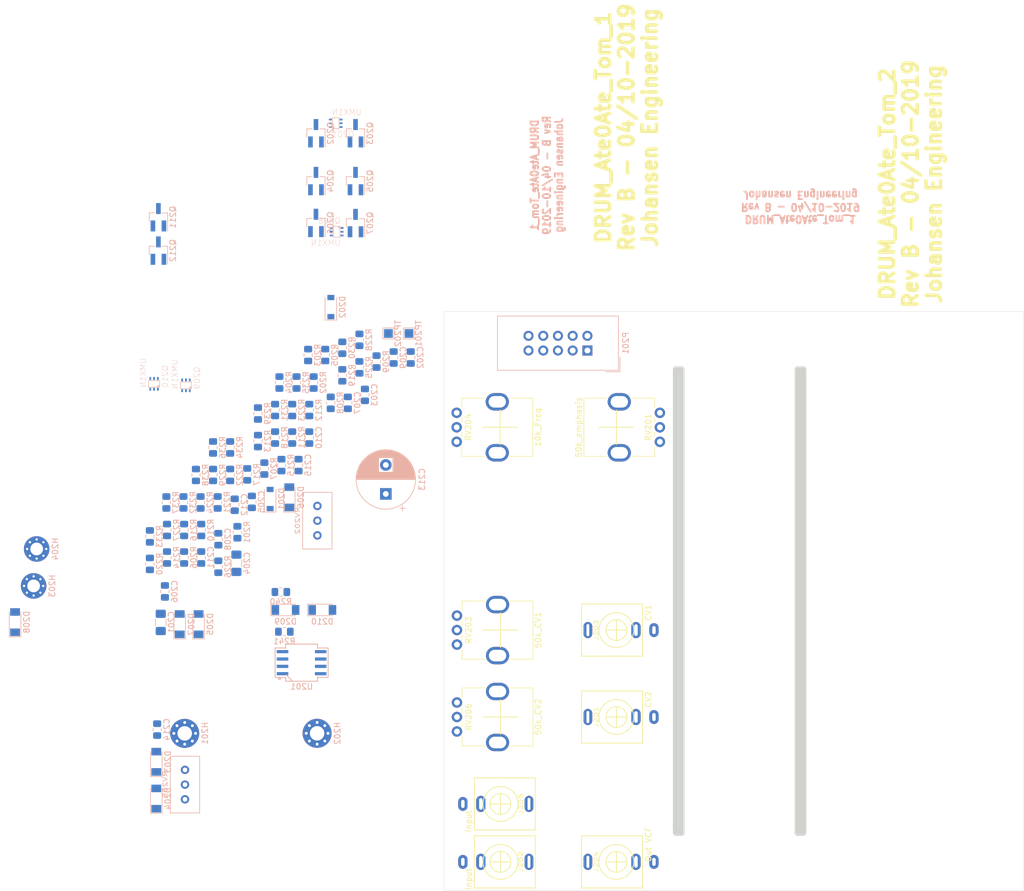
<source format=kicad_pcb>
(kicad_pcb (version 20171130) (host pcbnew "(5.1.0)-1")
  (layers (0 F.Cu signal) (31 B.Cu signal) (34 B.Paste user) (35 F.Paste user) (36 B.SilkS user) (37 F.SilkS user) (38 B.Mask user) (39 F.Mask user) (44 Edge.Cuts user))
  (net 0 "")
  (net 1 GND)
  (net 2 "Net-(J201-PadT)")
  (net 3 -12V)
  (net 4 +12V)
  (net 5 "Net-(J202-PadT)")
  (net 6 "Net-(J203-PadT)")
  (net 7 "Net-(Q202-Pad1)")
  (net 8 "Net-(Q204-Pad1)")
  (net 9 "Net-(C208-Pad1)")
  (net 10 "Net-(C209-Pad1)")
  (net 11 "Net-(C210-Pad2)")
  (net 12 "Net-(C210-Pad1)")
  (net 13 "Net-(C212-Pad1)")
  (net 14 "Net-(C213-Pad1)")
  (net 15 "Net-(Q206-Pad1)")
  (net 16 "Net-(C207-Pad1)")
  (net 17 "Net-(C209-Pad2)")
  (net 18 "Net-(C212-Pad2)")
  (net 19 "Net-(R217-Pad2)")
  (net 20 "Net-(R217-Pad1)")
  (net 21 "Net-(C207-Pad2)")
  (net 22 "Net-(C208-Pad2)")
  (net 23 "Net-(C211-Pad1)")
  (net 24 "Net-(C211-Pad2)")
  (net 25 /KicadJE_Yousynth_MoogVCF/PNP_B)
  (net 26 "Net-(D203-Pad2)")
  (net 27 CV2)
  (net 28 "Net-(D205-Pad2)")
  (net 29 InAudio)
  (net 30 "Net-(D207-Pad2)")
  (net 31 CV1)
  (net 32 "Net-(J204-PadT)")
  (net 33 "Net-(Q201-Pad3)")
  (net 34 "Net-(Q208-Pad5)")
  (net 35 "Net-(Q208-Pad1)")
  (net 36 "Net-(Q209-Pad1)")
  (net 37 "Net-(Q209-Pad2)")
  (net 38 "Net-(Q209-Pad4)")
  (net 39 "Net-(Q209-Pad5)")
  (net 40 "Net-(Q209-Pad6)")
  (net 41 "Net-(Q210-Pad1)")
  (net 42 "Net-(Q211-Pad3)")
  (net 43 /KicadJE_Yousynth_MoogVCF/PNP_E)
  (net 44 "Net-(Q212-Pad3)")
  (net 45 OutVCF)
  (net 46 "Net-(R211-Pad2)")
  (net 47 "Net-(R211-Pad1)")
  (net 48 /KicadJE_Yousynth_MoogVCF/Coupling)
  (net 49 "Net-(R218-Pad2)")
  (net 50 "Net-(R219-Pad2)")
  (net 51 "Net-(R229-Pad2)")
  (net 52 "Net-(R235-Pad1)")
  (net 53 "Net-(R236-Pad2)")
  (net 54 "Net-(R237-Pad1)")
  (net 55 "Net-(R238-Pad1)")
  (net 56 "Net-(D209-Pad2)")
  (net 57 "Net-(J205-PadT)")
  (net 58 "Net-(R234-Pad1)")
  (module Capacitor_SMD:C_1206_3216Metric_Pad1.42x1.75mm_HandSolder (layer B.Cu) (at 1.154999 103.674999 90)
    (fp_text reference C201 (at 0 1.82 90) (layer B.SilkS) (effects (justify mirror)))
    (fp_text value 10u)
    (pad 2 smd roundrect (at 1.4875 0 90) (size 1.425 1.75) (layers B.Cu B.Paste B.Mask) (roundrect_rratio 0.175439) (net 4 +12V))
    (pad 1 smd roundrect (at -1.4875 0 90) (size 1.425 1.75) (layers B.Cu B.Paste B.Mask) (roundrect_rratio 0.175439) (net 1 GND))
  )
  (module Capacitor_SMD:C_0805_2012Metric_Pad1.15x1.40mm_HandSolder (layer B.Cu) (at 44.274999 57.954999 90)
    (fp_text reference C202 (at 0 1.65 90) (layer B.SilkS) (effects (justify mirror)))
    (fp_text value 100n)
    (pad 2 smd roundrect (at 1.025 0 90) (size 1.15 1.4) (layers B.Cu B.Paste B.Mask) (roundrect_rratio 0.217391) (net 4 +12V))
    (pad 1 smd roundrect (at -1.025 0 90) (size 1.15 1.4) (layers B.Cu B.Paste B.Mask) (roundrect_rratio 0.217391) (net 1 GND))
  )
  (module Capacitor_SMD:C_0805_2012Metric_Pad1.15x1.40mm_HandSolder (layer B.Cu) (at 36.374999 64.404999 90)
    (fp_text reference C203 (at 0 1.65 90) (layer B.SilkS) (effects (justify mirror)))
    (fp_text value 100n)
    (pad 1 smd roundrect (at -1.025 0 90) (size 1.15 1.4) (layers B.Cu B.Paste B.Mask) (roundrect_rratio 0.217391) (net 1 GND))
    (pad 2 smd roundrect (at 1.025 0 90) (size 1.15 1.4) (layers B.Cu B.Paste B.Mask) (roundrect_rratio 0.217391) (net 4 +12V))
  )
  (module Capacitor_SMD:C_1206_3216Metric_Pad1.42x1.75mm_HandSolder (layer B.Cu) (at 14.204999 93.464999 90)
    (fp_text reference C204 (at 0 1.82 90) (layer B.SilkS) (effects (justify mirror)))
    (fp_text value 10u)
    (pad 1 smd roundrect (at -1.4875 0 90) (size 1.425 1.75) (layers B.Cu B.Paste B.Mask) (roundrect_rratio 0.175439) (net 3 -12V))
    (pad 2 smd roundrect (at 1.4875 0 90) (size 1.425 1.75) (layers B.Cu B.Paste B.Mask) (roundrect_rratio 0.175439) (net 1 GND))
  )
  (module Capacitor_SMD:C_0805_2012Metric_Pad1.15x1.40mm_HandSolder (layer B.Cu) (at 16.874999 82.874999 90)
    (fp_text reference C205 (at 0 1.65 90) (layer B.SilkS) (effects (justify mirror)))
    (fp_text value 100n)
    (pad 1 smd roundrect (at -1.025 0 90) (size 1.15 1.4) (layers B.Cu B.Paste B.Mask) (roundrect_rratio 0.217391) (net 3 -12V))
    (pad 2 smd roundrect (at 1.025 0 90) (size 1.15 1.4) (layers B.Cu B.Paste B.Mask) (roundrect_rratio 0.217391) (net 1 GND))
  )
  (module Capacitor_SMD:C_0805_2012Metric_Pad1.15x1.40mm_HandSolder (layer B.Cu) (at 1.874999 98.324999 90)
    (fp_text reference C206 (at 0 1.65 90) (layer B.SilkS) (effects (justify mirror)))
    (fp_text value 100n)
    (pad 2 smd roundrect (at 1.025 0 90) (size 1.15 1.4) (layers B.Cu B.Paste B.Mask) (roundrect_rratio 0.217391) (net 1 GND))
    (pad 1 smd roundrect (at -1.025 0 90) (size 1.15 1.4) (layers B.Cu B.Paste B.Mask) (roundrect_rratio 0.217391) (net 3 -12V))
  )
  (module Capacitor_SMD:C_0805_2012Metric_Pad1.15x1.40mm_HandSolder (layer B.Cu) (at 33.424999 65.774999 90)
    (fp_text reference C207 (at 0 1.65 90) (layer B.SilkS) (effects (justify mirror)))
    (fp_text value 47n)
    (pad 1 smd roundrect (at -1.025 0 90) (size 1.15 1.4) (layers B.Cu B.Paste B.Mask) (roundrect_rratio 0.217391) (net 16 "Net-(C207-Pad1)"))
    (pad 2 smd roundrect (at 1.025 0 90) (size 1.15 1.4) (layers B.Cu B.Paste B.Mask) (roundrect_rratio 0.217391) (net 21 "Net-(C207-Pad2)"))
  )
  (module Capacitor_SMD:C_0805_2012Metric_Pad1.15x1.40mm_HandSolder (layer B.Cu) (at 11.084999 89.314999 90)
    (fp_text reference C208 (at 0 1.65 90) (layer B.SilkS) (effects (justify mirror)))
    (fp_text value 47n)
    (pad 2 smd roundrect (at 1.025 0 90) (size 1.15 1.4) (layers B.Cu B.Paste B.Mask) (roundrect_rratio 0.217391) (net 22 "Net-(C208-Pad2)"))
    (pad 1 smd roundrect (at -1.025 0 90) (size 1.15 1.4) (layers B.Cu B.Paste B.Mask) (roundrect_rratio 0.217391) (net 9 "Net-(C208-Pad1)"))
  )
  (module Capacitor_SMD:C_0805_2012Metric_Pad1.15x1.40mm_HandSolder (layer B.Cu) (at 41.324999 57.954999 90)
    (fp_text reference C209 (at 0 1.65 90) (layer B.SilkS) (effects (justify mirror)))
    (fp_text value 47n)
    (pad 1 smd roundrect (at -1.025 0 90) (size 1.15 1.4) (layers B.Cu B.Paste B.Mask) (roundrect_rratio 0.217391) (net 10 "Net-(C209-Pad1)"))
    (pad 2 smd roundrect (at 1.025 0 90) (size 1.15 1.4) (layers B.Cu B.Paste B.Mask) (roundrect_rratio 0.217391) (net 17 "Net-(C209-Pad2)"))
  )
  (module Capacitor_SMD:C_0805_2012Metric_Pad1.15x1.40mm_HandSolder (layer B.Cu) (at 26.774999 71.774999 90)
    (fp_text reference C210 (at 0 1.65 90) (layer B.SilkS) (effects (justify mirror)))
    (fp_text value 47n)
    (pad 2 smd roundrect (at 1.025 0 90) (size 1.15 1.4) (layers B.Cu B.Paste B.Mask) (roundrect_rratio 0.217391) (net 11 "Net-(C210-Pad2)"))
    (pad 1 smd roundrect (at -1.025 0 90) (size 1.15 1.4) (layers B.Cu B.Paste B.Mask) (roundrect_rratio 0.217391) (net 12 "Net-(C210-Pad1)"))
  )
  (module Capacitor_SMD:C_0805_2012Metric_Pad1.15x1.40mm_HandSolder (layer B.Cu) (at 8.134999 92.474999 90)
    (fp_text reference C211 (at 0 1.65 90) (layer B.SilkS) (effects (justify mirror)))
    (fp_text value 10u)
    (pad 1 smd roundrect (at -1.025 0 90) (size 1.15 1.4) (layers B.Cu B.Paste B.Mask) (roundrect_rratio 0.217391) (net 23 "Net-(C211-Pad1)"))
    (pad 2 smd roundrect (at 1.025 0 90) (size 1.15 1.4) (layers B.Cu B.Paste B.Mask) (roundrect_rratio 0.217391) (net 24 "Net-(C211-Pad2)"))
  )
  (module Capacitor_SMD:C_0805_2012Metric_Pad1.15x1.40mm_HandSolder (layer B.Cu) (at 13.924999 83.364999 90)
    (fp_text reference C212 (at 0 1.65 90) (layer B.SilkS) (effects (justify mirror)))
    (fp_text value 10u)
    (pad 2 smd roundrect (at 1.025 0 90) (size 1.15 1.4) (layers B.Cu B.Paste B.Mask) (roundrect_rratio 0.217391) (net 18 "Net-(C212-Pad2)"))
    (pad 1 smd roundrect (at -1.025 0 90) (size 1.15 1.4) (layers B.Cu B.Paste B.Mask) (roundrect_rratio 0.217391) (net 13 "Net-(C212-Pad1)"))
  )
  (module Capacitor_THT:CP_Radial_D10.0mm_P5.00mm (layer B.Cu) (at 39.974999 81.500353 90)
    (fp_text reference C213 (at 2.5 6.25 90) (layer B.SilkS) (effects (justify mirror)))
    (fp_text value Opt_220u)
    (pad 1 thru_hole rect (at 0 0 90) (size 2 2) (drill 1) (layers *.Cu *.Mask) (net 14 "Net-(C213-Pad1)"))
    (pad 2 thru_hole circle (at 5 0 90) (size 2 2) (drill 1) (layers *.Cu *.Mask) (net 1 GND))
  )
  (module Capacitor_SMD:C_0805_2012Metric_Pad1.15x1.40mm_HandSolder (layer B.Cu) (at 0.534999 122.174999 90)
    (fp_text reference C214 (at 0 1.65 90) (layer B.SilkS) (effects (justify mirror)))
    (fp_text value 22u)
    (pad 1 smd roundrect (at -1.025 0 90) (size 1.15 1.4) (layers B.Cu B.Paste B.Mask) (roundrect_rratio 0.217391) (net 1 GND))
    (pad 2 smd roundrect (at 1.025 0 90) (size 1.15 1.4) (layers B.Cu B.Paste B.Mask) (roundrect_rratio 0.217391) (net 14 "Net-(C213-Pad1)"))
  )
  (module Capacitor_SMD:C_0805_2012Metric_Pad1.15x1.40mm_HandSolder (layer B.Cu) (at 24.924999 76.524999 90)
    (fp_text reference C215 (at 0 1.65 90) (layer B.SilkS) (effects (justify mirror)))
    (fp_text value 100p)
    (pad 2 smd roundrect (at 1.025 0 90) (size 1.15 1.4) (layers B.Cu B.Paste B.Mask) (roundrect_rratio 0.217391) (net 25 /KicadJE_Yousynth_MoogVCF/PNP_B))
    (pad 1 smd roundrect (at -1.025 0 90) (size 1.15 1.4) (layers B.Cu B.Paste B.Mask) (roundrect_rratio 0.217391) (net 1 GND))
  )
  (module Diode_SMD:D_SOD-123 (layer B.Cu) (at 20.024999 82.374999 90)
    (fp_text reference D201 (at 0 2 90) (layer B.SilkS) (effects (justify mirror)))
    (fp_text value 1N1007)
    (pad 1 smd rect (at -1.65 0 90) (size 0.9 1.2) (layers B.Cu B.Paste B.Mask) (net 4 +12V))
    (pad 2 smd rect (at 1.65 0 90) (size 0.9 1.2) (layers B.Cu B.Paste B.Mask) (net 1 GND))
  )
  (module Diode_SMD:D_SOD-123 (layer B.Cu) (at 30.5 49.25 90)
    (fp_text reference D202 (at 0 2 90) (layer B.SilkS) (effects (justify mirror)))
    (fp_text value 1N1007)
    (pad 2 smd rect (at 1.65 0 90) (size 0.9 1.2) (layers B.Cu B.Paste B.Mask) (net 3 -12V))
    (pad 1 smd rect (at -1.65 0 90) (size 0.9 1.2) (layers B.Cu B.Paste B.Mask) (net 1 GND))
  )
  (module Diode_SMD:D_MiniMELF (layer B.Cu) (at 0.384999 127.724999 90)
    (fp_text reference D203 (at 0 2 90) (layer B.SilkS) (effects (justify mirror)))
    (fp_text value Zener)
    (pad 2 smd rect (at 1.75 0 90) (size 1.3 1.7) (layers B.Cu B.Paste B.Mask) (net 26 "Net-(D203-Pad2)"))
    (pad 1 smd rect (at -1.75 0 90) (size 1.3 1.7) (layers B.Cu B.Paste B.Mask) (net 27 CV2))
  )
  (module Diode_SMD:D_MiniMELF (layer B.Cu) (at 0.384999 134.074999 90)
    (fp_text reference D204 (at 0 2 90) (layer B.SilkS) (effects (justify mirror)))
    (fp_text value Zener)
    (pad 1 smd rect (at -1.75 0 90) (size 1.3 1.7) (layers B.Cu B.Paste B.Mask) (net 1 GND))
    (pad 2 smd rect (at 1.75 0 90) (size 1.3 1.7) (layers B.Cu B.Paste B.Mask) (net 26 "Net-(D203-Pad2)"))
  )
  (module Diode_SMD:D_MiniMELF (layer B.Cu) (at 7.674999 103.974999 90)
    (fp_text reference D205 (at 0 2 90) (layer B.SilkS) (effects (justify mirror)))
    (fp_text value Zener)
    (pad 2 smd rect (at 1.75 0 90) (size 1.3 1.7) (layers B.Cu B.Paste B.Mask) (net 28 "Net-(D205-Pad2)"))
    (pad 1 smd rect (at -1.75 0 90) (size 1.3 1.7) (layers B.Cu B.Paste B.Mask) (net 29 InAudio))
  )
  (module Diode_SMD:D_MiniMELF (layer B.Cu) (at 23.324999 82.074999 90)
    (fp_text reference D206 (at 0 2 90) (layer B.SilkS) (effects (justify mirror)))
    (fp_text value Zener)
    (pad 1 smd rect (at -1.75 0 90) (size 1.3 1.7) (layers B.Cu B.Paste B.Mask) (net 1 GND))
    (pad 2 smd rect (at 1.75 0 90) (size 1.3 1.7) (layers B.Cu B.Paste B.Mask) (net 28 "Net-(D205-Pad2)"))
  )
  (module Diode_SMD:D_MiniMELF (layer B.Cu) (at 4.424999 103.974999 90)
    (fp_text reference D207 (at 0 2 90) (layer B.SilkS) (effects (justify mirror)))
    (fp_text value Zener)
    (pad 2 smd rect (at 1.75 0 90) (size 1.3 1.7) (layers B.Cu B.Paste B.Mask) (net 30 "Net-(D207-Pad2)"))
    (pad 1 smd rect (at -1.75 0 90) (size 1.3 1.7) (layers B.Cu B.Paste B.Mask) (net 31 CV1))
  )
  (module Diode_SMD:D_MiniMELF (layer B.Cu) (at -23.975001 103.624999 90)
    (fp_text reference D208 (at 0 2 90) (layer B.SilkS) (effects (justify mirror)))
    (fp_text value Zener)
    (pad 1 smd rect (at -1.75 0 90) (size 1.3 1.7) (layers B.Cu B.Paste B.Mask) (net 1 GND))
    (pad 2 smd rect (at 1.75 0 90) (size 1.3 1.7) (layers B.Cu B.Paste B.Mask) (net 30 "Net-(D207-Pad2)"))
  )
  (module MountingHole:MountingHole_2.5mm_Pad_Via (layer B.Cu) (at 5.284999 122.824999 90)
    (fp_text reference H201 (at 0 3.5 90) (layer B.SilkS) (effects (justify mirror)))
    (fp_text value 2,5mm)
    (pad 1 thru_hole circle (at 0 0 90) (size 5 5) (drill 2.5) (layers *.Cu *.Mask))
    (pad 1 thru_hole circle (at 1.875 0 90) (size 0.8 0.8) (drill 0.5) (layers *.Cu *.Mask))
    (pad 1 thru_hole circle (at 1.325825 -1.325825 90) (size 0.8 0.8) (drill 0.5) (layers *.Cu *.Mask))
    (pad 1 thru_hole circle (at 0 -1.875 90) (size 0.8 0.8) (drill 0.5) (layers *.Cu *.Mask))
    (pad 1 thru_hole circle (at -1.325825 -1.325825 90) (size 0.8 0.8) (drill 0.5) (layers *.Cu *.Mask))
    (pad 1 thru_hole circle (at -1.875 0 90) (size 0.8 0.8) (drill 0.5) (layers *.Cu *.Mask))
    (pad 1 thru_hole circle (at -1.325825 1.325825 90) (size 0.8 0.8) (drill 0.5) (layers *.Cu *.Mask))
    (pad 1 thru_hole circle (at 0 1.875 90) (size 0.8 0.8) (drill 0.5) (layers *.Cu *.Mask))
    (pad 1 thru_hole circle (at 1.325825 1.325825 90) (size 0.8 0.8) (drill 0.5) (layers *.Cu *.Mask))
  )
  (module MountingHole:MountingHole_2.5mm_Pad_Via (layer B.Cu) (at 28.124999 122.814999 90)
    (fp_text reference H202 (at 0 3.5 90) (layer B.SilkS) (effects (justify mirror)))
    (fp_text value 2,5mm)
    (pad 1 thru_hole circle (at 1.325825 1.325825 90) (size 0.8 0.8) (drill 0.5) (layers *.Cu *.Mask))
    (pad 1 thru_hole circle (at 0 1.875 90) (size 0.8 0.8) (drill 0.5) (layers *.Cu *.Mask))
    (pad 1 thru_hole circle (at -1.325825 1.325825 90) (size 0.8 0.8) (drill 0.5) (layers *.Cu *.Mask))
    (pad 1 thru_hole circle (at -1.875 0 90) (size 0.8 0.8) (drill 0.5) (layers *.Cu *.Mask))
    (pad 1 thru_hole circle (at -1.325825 -1.325825 90) (size 0.8 0.8) (drill 0.5) (layers *.Cu *.Mask))
    (pad 1 thru_hole circle (at 0 -1.875 90) (size 0.8 0.8) (drill 0.5) (layers *.Cu *.Mask))
    (pad 1 thru_hole circle (at 1.325825 -1.325825 90) (size 0.8 0.8) (drill 0.5) (layers *.Cu *.Mask))
    (pad 1 thru_hole circle (at 1.875 0 90) (size 0.8 0.8) (drill 0.5) (layers *.Cu *.Mask))
    (pad 1 thru_hole circle (at 0 0 90) (size 5 5) (drill 2.5) (layers *.Cu *.Mask))
  )
  (module MountingHole:MountingHole_2.2mm_M2_Pad_Via (layer B.Cu) (at -20.775001 97.374999 90)
    (fp_text reference H203 (at 0 3.2 90) (layer B.SilkS) (effects (justify mirror)))
    (fp_text value 2,2mm)
    (pad 1 thru_hole circle (at 1.166726 1.166726 90) (size 0.7 0.7) (drill 0.4) (layers *.Cu *.Mask))
    (pad 1 thru_hole circle (at 0 1.65 90) (size 0.7 0.7) (drill 0.4) (layers *.Cu *.Mask))
    (pad 1 thru_hole circle (at -1.166726 1.166726 90) (size 0.7 0.7) (drill 0.4) (layers *.Cu *.Mask))
    (pad 1 thru_hole circle (at -1.65 0 90) (size 0.7 0.7) (drill 0.4) (layers *.Cu *.Mask))
    (pad 1 thru_hole circle (at -1.166726 -1.166726 90) (size 0.7 0.7) (drill 0.4) (layers *.Cu *.Mask))
    (pad 1 thru_hole circle (at 0 -1.65 90) (size 0.7 0.7) (drill 0.4) (layers *.Cu *.Mask))
    (pad 1 thru_hole circle (at 1.166726 -1.166726 90) (size 0.7 0.7) (drill 0.4) (layers *.Cu *.Mask))
    (pad 1 thru_hole circle (at 1.65 0 90) (size 0.7 0.7) (drill 0.4) (layers *.Cu *.Mask))
    (pad 1 thru_hole circle (at 0 0 90) (size 4.4 4.4) (drill 2.2) (layers *.Cu *.Mask))
  )
  (module MountingHole:MountingHole_2.2mm_M2_Pad_Via (layer B.Cu) (at -20.25 91 90)
    (fp_text reference H204 (at 0 3.2 90) (layer B.SilkS) (effects (justify mirror)))
    (fp_text value 2,2mm)
    (pad 1 thru_hole circle (at 0 0 90) (size 4.4 4.4) (drill 2.2) (layers *.Cu *.Mask))
    (pad 1 thru_hole circle (at 1.65 0 90) (size 0.7 0.7) (drill 0.4) (layers *.Cu *.Mask))
    (pad 1 thru_hole circle (at 1.166726 -1.166726 90) (size 0.7 0.7) (drill 0.4) (layers *.Cu *.Mask))
    (pad 1 thru_hole circle (at 0 -1.65 90) (size 0.7 0.7) (drill 0.4) (layers *.Cu *.Mask))
    (pad 1 thru_hole circle (at -1.166726 -1.166726 90) (size 0.7 0.7) (drill 0.4) (layers *.Cu *.Mask))
    (pad 1 thru_hole circle (at -1.65 0 90) (size 0.7 0.7) (drill 0.4) (layers *.Cu *.Mask))
    (pad 1 thru_hole circle (at -1.166726 1.166726 90) (size 0.7 0.7) (drill 0.4) (layers *.Cu *.Mask))
    (pad 1 thru_hole circle (at 0 1.65 90) (size 0.7 0.7) (drill 0.4) (layers *.Cu *.Mask))
    (pad 1 thru_hole circle (at 1.166726 1.166726 90) (size 0.7 0.7) (drill 0.4) (layers *.Cu *.Mask))
  )
  (module AJ-Dropbox-Kicad:PJ301SM (layer F.Cu) (at 79.75 120 90)
    (fp_text reference J201 (at 0 -3.5 90) (layer F.SilkS) (effects (font (size 0.75 1) (thickness 0.125))))
    (fp_text value CV2 (at 3 5.5 90) (layer F.SilkS))
    (pad TN thru_hole oval (at 0 3.38 90) (size 2.8 1.6) (drill oval 2 0.6) (layers *.Cu *.Mask) (net 1 GND))
    (pad S thru_hole oval (at 0 6.48 90) (size 2.4 1.6) (drill oval 1.4 0.6) (layers *.Cu *.Mask) (net 1 GND))
    (pad T thru_hole oval (at 0 -4.92 90) (size 2.8 1.5) (drill oval 2.1 0.5) (layers *.Cu *.Mask) (net 2 "Net-(J201-PadT)"))
  )
  (module AJ-Dropbox-Kicad:PJ301SM (layer F.Cu) (at 79.75 105 90)
    (fp_text reference J203 (at 0 -3.5 90) (layer F.SilkS) (effects (font (size 0.75 1) (thickness 0.125))))
    (fp_text value CV1 (at 3 5.5 90) (layer F.SilkS))
    (pad T thru_hole oval (at 0 -4.92 90) (size 2.8 1.5) (drill oval 2.1 0.5) (layers *.Cu *.Mask) (net 6 "Net-(J203-PadT)"))
    (pad S thru_hole oval (at 0 6.48 90) (size 2.4 1.6) (drill oval 1.4 0.6) (layers *.Cu *.Mask) (net 1 GND))
    (pad TN thru_hole oval (at 0 3.38 90) (size 2.8 1.6) (drill oval 2 0.6) (layers *.Cu *.Mask) (net 1 GND))
  )
  (module AJ-Dropbox-Kicad:PJ301SM (layer F.Cu) (at 79.75 145 90)
    (fp_text reference J204 (at 0 -3.5 90) (layer F.SilkS) (effects (font (size 0.75 1) (thickness 0.125))))
    (fp_text value "Out VCF" (at 3 5.5 90) (layer F.SilkS))
    (pad T thru_hole oval (at 0 -4.92 90) (size 2.8 1.5) (drill oval 2.1 0.5) (layers *.Cu *.Mask) (net 32 "Net-(J204-PadT)"))
    (pad S thru_hole oval (at 0 6.48 90) (size 2.4 1.6) (drill oval 1.4 0.6) (layers *.Cu *.Mask) (net 1 GND))
    (pad TN thru_hole oval (at 0 3.38 90) (size 2.8 1.6) (drill oval 2 0.6) (layers *.Cu *.Mask))
  )
  (module Connectors_IDC:IDC-Header_2x05_Pitch2.54mm_Straight (layer B.Cu) (at 74.75 56.75 90)
    (fp_text reference P201 (at 1.27 6.604 90) (layer B.SilkS) (effects (justify mirror)))
    (fp_text value Doepfer_Power_10pin)
    (pad 1 thru_hole rect (at 0 0 90) (size 1.7272 1.7272) (drill 1.016) (layers *.Cu *.Mask) (net 3 -12V))
    (pad 2 thru_hole oval (at 2.54 0 90) (size 1.7272 1.7272) (drill 1.016) (layers *.Cu *.Mask) (net 3 -12V))
    (pad 3 thru_hole oval (at 0 -2.54 90) (size 1.7272 1.7272) (drill 1.016) (layers *.Cu *.Mask) (net 1 GND))
    (pad 4 thru_hole oval (at 2.54 -2.54 90) (size 1.7272 1.7272) (drill 1.016) (layers *.Cu *.Mask) (net 1 GND))
    (pad 5 thru_hole oval (at 0 -5.08 90) (size 1.7272 1.7272) (drill 1.016) (layers *.Cu *.Mask) (net 1 GND))
    (pad 6 thru_hole oval (at 2.54 -5.08 90) (size 1.7272 1.7272) (drill 1.016) (layers *.Cu *.Mask) (net 1 GND))
    (pad 7 thru_hole oval (at 0 -7.62 90) (size 1.7272 1.7272) (drill 1.016) (layers *.Cu *.Mask) (net 1 GND))
    (pad 8 thru_hole oval (at 2.54 -7.62 90) (size 1.7272 1.7272) (drill 1.016) (layers *.Cu *.Mask) (net 1 GND))
    (pad 9 thru_hole oval (at 0 -10.16 90) (size 1.7272 1.7272) (drill 1.016) (layers *.Cu *.Mask) (net 4 +12V))
    (pad 10 thru_hole oval (at 2.54 -10.16 90) (size 1.7272 1.7272) (drill 1.016) (layers *.Cu *.Mask) (net 4 +12V))
  )
  (module AJ:UMX1N_UMT6_DualNPN (layer B.Cu) (at 31.337499 17.5258)
    (fp_text reference Q201 (at 1.27 1.905) (layer B.SilkS) (effects (font (thickness 0.05)) (justify mirror)))
    (fp_text value UMX1N (at 1.905 -1.905) (layer B.SilkS) (effects (font (thickness 0.05)) (justify mirror)))
    (pad 1 smd rect (at -0.925 0.65) (size 0.5 0.3) (layers B.Cu B.Paste B.Mask) (net 21 "Net-(C207-Pad2)"))
    (pad 2 smd rect (at -0.925 0) (size 0.5 0.3) (layers B.Cu B.Paste B.Mask) (net 4 +12V))
    (pad 3 smd rect (at -0.925 -0.65) (size 0.5 0.3) (layers B.Cu B.Paste B.Mask) (net 33 "Net-(Q201-Pad3)"))
    (pad 4 smd rect (at 0.925 -0.65 180) (size 0.5 0.3) (layers B.Cu B.Paste B.Mask) (net 16 "Net-(C207-Pad1)"))
    (pad 5 smd rect (at 0.925 0 180) (size 0.5 0.3) (layers B.Cu B.Paste B.Mask) (net 4 +12V))
    (pad 6 smd rect (at 0.925 0.65 180) (size 0.5 0.3) (layers B.Cu B.Paste B.Mask) (net 33 "Net-(Q201-Pad3)"))
  )
  (module Package_TO_SOT_SMD:SOT-23_Handsoldering (layer B.Cu) (at 27.924999 19.25 90)
    (fp_text reference Q202 (at 0 2.5 90) (layer B.SilkS) (effects (justify mirror)))
    (fp_text value SS9014)
    (pad 1 smd rect (at -1.5 0.95 90) (size 1.9 0.8) (layers B.Cu B.Paste B.Mask) (net 7 "Net-(Q202-Pad1)"))
    (pad 2 smd rect (at -1.5 -0.95 90) (size 1.9 0.8) (layers B.Cu B.Paste B.Mask) (net 22 "Net-(C208-Pad2)"))
    (pad 3 smd rect (at 1.5 0 90) (size 1.9 0.8) (layers B.Cu B.Paste B.Mask) (net 21 "Net-(C207-Pad2)"))
  )
  (module Package_TO_SOT_SMD:SOT-23_Handsoldering (layer B.Cu) (at 34.75 19.25 90)
    (fp_text reference Q203 (at 0 2.5 90) (layer B.SilkS) (effects (justify mirror)))
    (fp_text value SS9014)
    (pad 3 smd rect (at 1.5 0 90) (size 1.9 0.8) (layers B.Cu B.Paste B.Mask) (net 16 "Net-(C207-Pad1)"))
    (pad 2 smd rect (at -1.5 -0.95 90) (size 1.9 0.8) (layers B.Cu B.Paste B.Mask) (net 9 "Net-(C208-Pad1)"))
    (pad 1 smd rect (at -1.5 0.95 90) (size 1.9 0.8) (layers B.Cu B.Paste B.Mask) (net 7 "Net-(Q202-Pad1)"))
  )
  (module Package_TO_SOT_SMD:SOT-23_Handsoldering (layer B.Cu) (at 27.924999 27.5 90)
    (fp_text reference Q204 (at 0 2.5 90) (layer B.SilkS) (effects (justify mirror)))
    (fp_text value SS9014)
    (pad 1 smd rect (at -1.5 0.95 90) (size 1.9 0.8) (layers B.Cu B.Paste B.Mask) (net 8 "Net-(Q204-Pad1)"))
    (pad 2 smd rect (at -1.5 -0.95 90) (size 1.9 0.8) (layers B.Cu B.Paste B.Mask) (net 17 "Net-(C209-Pad2)"))
    (pad 3 smd rect (at 1.5 0 90) (size 1.9 0.8) (layers B.Cu B.Paste B.Mask) (net 22 "Net-(C208-Pad2)"))
  )
  (module Package_TO_SOT_SMD:SOT-23_Handsoldering (layer B.Cu) (at 34.75 27.5 90)
    (fp_text reference Q205 (at 0 2.5 90) (layer B.SilkS) (effects (justify mirror)))
    (fp_text value SS9014)
    (pad 3 smd rect (at 1.5 0 90) (size 1.9 0.8) (layers B.Cu B.Paste B.Mask) (net 9 "Net-(C208-Pad1)"))
    (pad 2 smd rect (at -1.5 -0.95 90) (size 1.9 0.8) (layers B.Cu B.Paste B.Mask) (net 10 "Net-(C209-Pad1)"))
    (pad 1 smd rect (at -1.5 0.95 90) (size 1.9 0.8) (layers B.Cu B.Paste B.Mask) (net 8 "Net-(Q204-Pad1)"))
  )
  (module Package_TO_SOT_SMD:SOT-23_Handsoldering (layer B.Cu) (at 27.924999 34.724999 90)
    (fp_text reference Q206 (at 0 2.5 90) (layer B.SilkS) (effects (justify mirror)))
    (fp_text value SS9014)
    (pad 1 smd rect (at -1.5 0.95 90) (size 1.9 0.8) (layers B.Cu B.Paste B.Mask) (net 15 "Net-(Q206-Pad1)"))
    (pad 2 smd rect (at -1.5 -0.95 90) (size 1.9 0.8) (layers B.Cu B.Paste B.Mask) (net 11 "Net-(C210-Pad2)"))
    (pad 3 smd rect (at 1.5 0 90) (size 1.9 0.8) (layers B.Cu B.Paste B.Mask) (net 17 "Net-(C209-Pad2)"))
  )
  (module Package_TO_SOT_SMD:SOT-23_Handsoldering (layer B.Cu) (at 34.75 34.75 90)
    (fp_text reference Q207 (at 0 2.5 90) (layer B.SilkS) (effects (justify mirror)))
    (fp_text value SS9014)
    (pad 3 smd rect (at 1.5 0 90) (size 1.9 0.8) (layers B.Cu B.Paste B.Mask) (net 10 "Net-(C209-Pad1)"))
    (pad 2 smd rect (at -1.5 -0.95 90) (size 1.9 0.8) (layers B.Cu B.Paste B.Mask) (net 12 "Net-(C210-Pad1)"))
    (pad 1 smd rect (at -1.5 0.95 90) (size 1.9 0.8) (layers B.Cu B.Paste B.Mask) (net 15 "Net-(Q206-Pad1)"))
  )
  (module AJ:UMX1N_UMT6_DualNPN (layer B.Cu) (at 31.5 36.25 180)
    (fp_text reference Q208 (at 1.27 1.905 180) (layer B.SilkS) (effects (font (thickness 0.05)) (justify mirror)))
    (fp_text value UMX1N (at 1.905 -1.905 180) (layer B.SilkS) (effects (font (thickness 0.05)) (justify mirror)))
    (pad 6 smd rect (at 0.925 0.65) (size 0.5 0.3) (layers B.Cu B.Paste B.Mask) (net 11 "Net-(C210-Pad2)"))
    (pad 5 smd rect (at 0.925 0) (size 0.5 0.3) (layers B.Cu B.Paste B.Mask) (net 34 "Net-(Q208-Pad5)"))
    (pad 4 smd rect (at 0.925 -0.65) (size 0.5 0.3) (layers B.Cu B.Paste B.Mask) (net 35 "Net-(Q208-Pad1)"))
    (pad 3 smd rect (at -0.925 -0.65 180) (size 0.5 0.3) (layers B.Cu B.Paste B.Mask) (net 12 "Net-(C210-Pad1)"))
    (pad 2 smd rect (at -0.925 0 180) (size 0.5 0.3) (layers B.Cu B.Paste B.Mask) (net 13 "Net-(C212-Pad1)"))
    (pad 1 smd rect (at -0.925 0.65 180) (size 0.5 0.3) (layers B.Cu B.Paste B.Mask) (net 35 "Net-(Q208-Pad1)"))
  )
  (module AJ:UMX1N_UMT6_DualNPN (layer B.Cu) (at 5.5 62.75 90)
    (fp_text reference Q209 (at 1.27 1.905 90) (layer B.SilkS) (effects (font (thickness 0.05)) (justify mirror)))
    (fp_text value UMX1N (at 1.905 -1.905 90) (layer B.SilkS) (effects (font (thickness 0.05)) (justify mirror)))
    (pad 1 smd rect (at -0.925 0.65 90) (size 0.5 0.3) (layers B.Cu B.Paste B.Mask) (net 36 "Net-(Q209-Pad1)"))
    (pad 2 smd rect (at -0.925 0 90) (size 0.5 0.3) (layers B.Cu B.Paste B.Mask) (net 37 "Net-(Q209-Pad2)"))
    (pad 3 smd rect (at -0.925 -0.65 90) (size 0.5 0.3) (layers B.Cu B.Paste B.Mask) (net 24 "Net-(C211-Pad2)"))
    (pad 4 smd rect (at 0.925 -0.65 270) (size 0.5 0.3) (layers B.Cu B.Paste B.Mask) (net 38 "Net-(Q209-Pad4)"))
    (pad 5 smd rect (at 0.925 0 270) (size 0.5 0.3) (layers B.Cu B.Paste B.Mask) (net 39 "Net-(Q209-Pad5)"))
    (pad 6 smd rect (at 0.925 0.65 270) (size 0.5 0.3) (layers B.Cu B.Paste B.Mask) (net 40 "Net-(Q209-Pad6)"))
  )
  (module AJ:UMX1N_UMT6_DualNPN (layer B.Cu) (at 0 62.5 90)
    (fp_text reference Q210 (at 1.27 1.905 90) (layer B.SilkS) (effects (font (thickness 0.05)) (justify mirror)))
    (fp_text value UMX1N (at 1.905 -1.905 90) (layer B.SilkS) (effects (font (thickness 0.05)) (justify mirror)))
    (pad 6 smd rect (at 0.925 0.65 270) (size 0.5 0.3) (layers B.Cu B.Paste B.Mask) (net 40 "Net-(Q209-Pad6)"))
    (pad 5 smd rect (at 0.925 0 270) (size 0.5 0.3) (layers B.Cu B.Paste B.Mask) (net 38 "Net-(Q209-Pad4)"))
    (pad 4 smd rect (at 0.925 -0.65 270) (size 0.5 0.3) (layers B.Cu B.Paste B.Mask) (net 41 "Net-(Q210-Pad1)"))
    (pad 3 smd rect (at -0.925 -0.65 90) (size 0.5 0.3) (layers B.Cu B.Paste B.Mask) (net 24 "Net-(C211-Pad2)"))
    (pad 2 smd rect (at -0.925 0 90) (size 0.5 0.3) (layers B.Cu B.Paste B.Mask) (net 36 "Net-(Q209-Pad1)"))
    (pad 1 smd rect (at -0.925 0.65 90) (size 0.5 0.3) (layers B.Cu B.Paste B.Mask) (net 41 "Net-(Q210-Pad1)"))
  )
  (module Package_TO_SOT_SMD:SOT-23_Handsoldering (layer B.Cu) (at 0.75 33.75 90)
    (fp_text reference Q211 (at 0 2.5 90) (layer B.SilkS) (effects (justify mirror)))
    (fp_text value SS9014)
    (pad 3 smd rect (at 1.5 0 90) (size 1.9 0.8) (layers B.Cu B.Paste B.Mask) (net 42 "Net-(Q211-Pad3)"))
    (pad 2 smd rect (at -1.5 -0.95 90) (size 1.9 0.8) (layers B.Cu B.Paste B.Mask) (net 1 GND))
    (pad 1 smd rect (at -1.5 0.95 90) (size 1.9 0.8) (layers B.Cu B.Paste B.Mask) (net 43 /KicadJE_Yousynth_MoogVCF/PNP_E))
  )
  (module Package_TO_SOT_SMD:SOT-23_Handsoldering (layer B.Cu) (at 0.75 39.5 90)
    (fp_text reference Q212 (at 0 2.5 90) (layer B.SilkS) (effects (justify mirror)))
    (fp_text value SS9015)
    (pad 1 smd rect (at -1.5 0.95 90) (size 1.9 0.8) (layers B.Cu B.Paste B.Mask) (net 25 /KicadJE_Yousynth_MoogVCF/PNP_B))
    (pad 2 smd rect (at -1.5 -0.95 90) (size 1.9 0.8) (layers B.Cu B.Paste B.Mask) (net 43 /KicadJE_Yousynth_MoogVCF/PNP_E))
    (pad 3 smd rect (at 1.5 0 90) (size 1.9 0.8) (layers B.Cu B.Paste B.Mask) (net 44 "Net-(Q212-Pad3)"))
  )
  (module Resistor_SMD:R_0805_2012Metric_Pad1.15x1.40mm_HandSolder (layer B.Cu) (at 14.374999 88.114999 90)
    (fp_text reference R201 (at 0 1.65 90) (layer B.SilkS) (effects (justify mirror)))
    (fp_text value 330R)
    (pad 2 smd roundrect (at 1.025 0 90) (size 1.15 1.4) (layers B.Cu B.Paste B.Mask) (roundrect_rratio 0.217391) (net 4 +12V))
    (pad 1 smd roundrect (at -1.025 0 90) (size 1.15 1.4) (layers B.Cu B.Paste B.Mask) (roundrect_rratio 0.217391) (net 4 +12V))
  )
  (module Resistor_SMD:R_0805_2012Metric_Pad1.15x1.40mm_HandSolder (layer B.Cu) (at 27.524999 62.274999 90)
    (fp_text reference R202 (at 0 1.65 90) (layer B.SilkS) (effects (justify mirror)))
    (fp_text value 1K)
    (pad 2 smd roundrect (at 1.025 0 90) (size 1.15 1.4) (layers B.Cu B.Paste B.Mask) (roundrect_rratio 0.217391) (net 27 CV2))
    (pad 1 smd roundrect (at -1.025 0 90) (size 1.15 1.4) (layers B.Cu B.Paste B.Mask) (roundrect_rratio 0.217391) (net 2 "Net-(J201-PadT)"))
  )
  (module Resistor_SMD:R_0805_2012Metric_Pad1.15x1.40mm_HandSolder (layer B.Cu) (at 26.574999 57.524999 90)
    (fp_text reference R203 (at 0 1.65 90) (layer B.SilkS) (effects (justify mirror)))
    (fp_text value 1K)
    (pad 2 smd roundrect (at 1.025 0 90) (size 1.15 1.4) (layers B.Cu B.Paste B.Mask) (roundrect_rratio 0.217391) (net 29 InAudio))
    (pad 1 smd roundrect (at -1.025 0 90) (size 1.15 1.4) (layers B.Cu B.Paste B.Mask) (roundrect_rratio 0.217391) (net 5 "Net-(J202-PadT)"))
  )
  (module Resistor_SMD:R_0805_2012Metric_Pad1.15x1.40mm_HandSolder (layer B.Cu) (at 21.624999 62.274999 90)
    (fp_text reference R204 (at 0 1.65 90) (layer B.SilkS) (effects (justify mirror)))
    (fp_text value OPEN)
    (pad 1 smd roundrect (at -1.025 0 90) (size 1.15 1.4) (layers B.Cu B.Paste B.Mask) (roundrect_rratio 0.217391) (net 27 CV2))
    (pad 2 smd roundrect (at 1.025 0 90) (size 1.15 1.4) (layers B.Cu B.Paste B.Mask) (roundrect_rratio 0.217391) (net 1 GND))
  )
  (module Resistor_SMD:R_0805_2012Metric_Pad1.15x1.40mm_HandSolder (layer B.Cu) (at 29.524999 57.524999 90)
    (fp_text reference R205 (at 0 1.65 90) (layer B.SilkS) (effects (justify mirror)))
    (fp_text value OPEN)
    (pad 2 smd roundrect (at 1.025 0 90) (size 1.15 1.4) (layers B.Cu B.Paste B.Mask) (roundrect_rratio 0.217391) (net 1 GND))
    (pad 1 smd roundrect (at -1.025 0 90) (size 1.15 1.4) (layers B.Cu B.Paste B.Mask) (roundrect_rratio 0.217391) (net 29 InAudio))
  )
  (module Resistor_SMD:R_0805_2012Metric_Pad1.15x1.40mm_HandSolder (layer B.Cu) (at 5.184999 92.474999 90)
    (fp_text reference R206 (at 0 1.65 90) (layer B.SilkS) (effects (justify mirror)))
    (fp_text value 150R)
    (pad 1 smd roundrect (at -1.025 0 90) (size 1.15 1.4) (layers B.Cu B.Paste B.Mask) (roundrect_rratio 0.217391) (net 7 "Net-(Q202-Pad1)"))
    (pad 2 smd roundrect (at 1.025 0 90) (size 1.15 1.4) (layers B.Cu B.Paste B.Mask) (roundrect_rratio 0.217391) (net 4 +12V))
  )
  (module Resistor_SMD:R_0805_2012Metric_Pad1.15x1.40mm_HandSolder (layer B.Cu) (at 19.024999 77.124999 90)
    (fp_text reference R207 (at 0 1.65 90) (layer B.SilkS) (effects (justify mirror)))
    (fp_text value 1K)
    (pad 1 smd roundrect (at -1.025 0 90) (size 1.15 1.4) (layers B.Cu B.Paste B.Mask) (roundrect_rratio 0.217391) (net 6 "Net-(J203-PadT)"))
    (pad 2 smd roundrect (at 1.025 0 90) (size 1.15 1.4) (layers B.Cu B.Paste B.Mask) (roundrect_rratio 0.217391) (net 31 CV1))
  )
  (module Resistor_SMD:R_0805_2012Metric_Pad1.15x1.40mm_HandSolder (layer B.Cu) (at 30.474999 65.774999 90)
    (fp_text reference R208 (at 0 1.65 90) (layer B.SilkS) (effects (justify mirror)))
    (fp_text value 0R)
    (pad 1 smd roundrect (at -1.025 0 90) (size 1.15 1.4) (layers B.Cu B.Paste B.Mask) (roundrect_rratio 0.217391) (net 32 "Net-(J204-PadT)"))
    (pad 2 smd roundrect (at 1.025 0 90) (size 1.15 1.4) (layers B.Cu B.Paste B.Mask) (roundrect_rratio 0.217391) (net 45 OutVCF))
  )
  (module Resistor_SMD:R_0805_2012Metric_Pad1.15x1.40mm_HandSolder (layer B.Cu) (at 38.374999 58.654999 90)
    (fp_text reference R209 (at 0 1.65 90) (layer B.SilkS) (effects (justify mirror)))
    (fp_text value OPEN)
    (pad 2 smd roundrect (at 1.025 0 90) (size 1.15 1.4) (layers B.Cu B.Paste B.Mask) (roundrect_rratio 0.217391) (net 1 GND))
    (pad 1 smd roundrect (at -1.025 0 90) (size 1.15 1.4) (layers B.Cu B.Paste B.Mask) (roundrect_rratio 0.217391) (net 31 CV1))
  )
  (module Resistor_SMD:R_0805_2012Metric_Pad1.15x1.40mm_HandSolder (layer B.Cu) (at 8.134999 87.724999 90)
    (fp_text reference R210 (at 0 1.65 90) (layer B.SilkS) (effects (justify mirror)))
    (fp_text value 150R)
    (pad 2 smd roundrect (at 1.025 0 90) (size 1.15 1.4) (layers B.Cu B.Paste B.Mask) (roundrect_rratio 0.217391) (net 7 "Net-(Q202-Pad1)"))
    (pad 1 smd roundrect (at -1.025 0 90) (size 1.15 1.4) (layers B.Cu B.Paste B.Mask) (roundrect_rratio 0.217391) (net 8 "Net-(Q204-Pad1)"))
  )
  (module Resistor_SMD:R_0805_2012Metric_Pad1.15x1.40mm_HandSolder (layer B.Cu) (at 23.824999 71.774999 90)
    (fp_text reference R211 (at 0 1.65 90) (layer B.SilkS) (effects (justify mirror)))
    (fp_text value 0R)
    (pad 2 smd roundrect (at 1.025 0 90) (size 1.15 1.4) (layers B.Cu B.Paste B.Mask) (roundrect_rratio 0.217391) (net 46 "Net-(R211-Pad2)"))
    (pad 1 smd roundrect (at -1.025 0 90) (size 1.15 1.4) (layers B.Cu B.Paste B.Mask) (roundrect_rratio 0.217391) (net 47 "Net-(R211-Pad1)"))
  )
  (module Resistor_SMD:R_0805_2012Metric_Pad1.15x1.40mm_HandSolder (layer B.Cu) (at 26.774999 67.024999 90)
    (fp_text reference R212 (at 0 1.65 90) (layer B.SilkS) (effects (justify mirror)))
    (fp_text value Open)
    (pad 1 smd roundrect (at -1.025 0 90) (size 1.15 1.4) (layers B.Cu B.Paste B.Mask) (roundrect_rratio 0.217391) (net 48 /KicadJE_Yousynth_MoogVCF/Coupling))
    (pad 2 smd roundrect (at 1.025 0 90) (size 1.15 1.4) (layers B.Cu B.Paste B.Mask) (roundrect_rratio 0.217391) (net 46 "Net-(R211-Pad2)"))
  )
  (module Resistor_SMD:R_0805_2012Metric_Pad1.15x1.40mm_HandSolder (layer B.Cu) (at 17.924999 72.374999 90)
    (fp_text reference R213 (at 0 1.65 90) (layer B.SilkS) (effects (justify mirror)))
    (fp_text value 150R)
    (pad 1 smd roundrect (at -1.025 0 90) (size 1.15 1.4) (layers B.Cu B.Paste B.Mask) (roundrect_rratio 0.217391) (net 15 "Net-(Q206-Pad1)"))
    (pad 2 smd roundrect (at 1.025 0 90) (size 1.15 1.4) (layers B.Cu B.Paste B.Mask) (roundrect_rratio 0.217391) (net 8 "Net-(Q204-Pad1)"))
  )
  (module Resistor_SMD:R_0805_2012Metric_Pad1.15x1.40mm_HandSolder (layer B.Cu) (at 2.234999 92.474999 90)
    (fp_text reference R214 (at 0 1.65 90) (layer B.SilkS) (effects (justify mirror)))
    (fp_text value 180R)
    (pad 1 smd roundrect (at -1.025 0 90) (size 1.15 1.4) (layers B.Cu B.Paste B.Mask) (roundrect_rratio 0.217391) (net 48 /KicadJE_Yousynth_MoogVCF/Coupling))
    (pad 2 smd roundrect (at 1.025 0 90) (size 1.15 1.4) (layers B.Cu B.Paste B.Mask) (roundrect_rratio 0.217391) (net 4 +12V))
  )
  (module Resistor_SMD:R_0805_2012Metric_Pad1.15x1.40mm_HandSolder (layer B.Cu) (at 21.974999 76.524999 90)
    (fp_text reference R215 (at 0 1.65 90) (layer B.SilkS) (effects (justify mirror)))
    (fp_text value 22R)
    (pad 1 smd roundrect (at -1.025 0 90) (size 1.15 1.4) (layers B.Cu B.Paste B.Mask) (roundrect_rratio 0.217391) (net 40 "Net-(Q209-Pad6)"))
    (pad 2 smd roundrect (at 1.025 0 90) (size 1.15 1.4) (layers B.Cu B.Paste B.Mask) (roundrect_rratio 0.217391) (net 4 +12V))
  )
  (module Resistor_SMD:R_0805_2012Metric_Pad1.15x1.40mm_HandSolder (layer B.Cu) (at 5.184999 87.724999 90)
    (fp_text reference R216 (at 0 1.65 90) (layer B.SilkS) (effects (justify mirror)))
    (fp_text value 1k)
    (pad 1 smd roundrect (at -1.025 0 90) (size 1.15 1.4) (layers B.Cu B.Paste B.Mask) (roundrect_rratio 0.217391) (net 48 /KicadJE_Yousynth_MoogVCF/Coupling))
    (pad 2 smd roundrect (at 1.025 0 90) (size 1.15 1.4) (layers B.Cu B.Paste B.Mask) (roundrect_rratio 0.217391) (net 24 "Net-(C211-Pad2)"))
  )
  (module Resistor_SMD:R_0805_2012Metric_Pad1.15x1.40mm_HandSolder (layer B.Cu) (at 16.074999 78.124999 90)
    (fp_text reference R217 (at 0 1.65 90) (layer B.SilkS) (effects (justify mirror)))
    (fp_text value 120k)
    (pad 1 smd roundrect (at -1.025 0 90) (size 1.15 1.4) (layers B.Cu B.Paste B.Mask) (roundrect_rratio 0.217391) (net 20 "Net-(R217-Pad1)"))
    (pad 2 smd roundrect (at 1.025 0 90) (size 1.15 1.4) (layers B.Cu B.Paste B.Mask) (roundrect_rratio 0.217391) (net 19 "Net-(R217-Pad2)"))
  )
  (module Resistor_SMD:R_0805_2012Metric_Pad1.15x1.40mm_HandSolder (layer B.Cu) (at 20.874999 71.774999 90)
    (fp_text reference R218 (at 0 1.65 90) (layer B.SilkS) (effects (justify mirror)))
    (fp_text value 120k)
    (pad 2 smd roundrect (at 1.025 0 90) (size 1.15 1.4) (layers B.Cu B.Paste B.Mask) (roundrect_rratio 0.217391) (net 49 "Net-(R218-Pad2)"))
    (pad 1 smd roundrect (at -1.025 0 90) (size 1.15 1.4) (layers B.Cu B.Paste B.Mask) (roundrect_rratio 0.217391))
  )
  (module Resistor_SMD:R_0805_2012Metric_Pad1.15x1.40mm_HandSolder (layer B.Cu) (at 32.474999 61.024999 90)
    (fp_text reference R219 (at 0 1.65 90) (layer B.SilkS) (effects (justify mirror)))
    (fp_text value 56k)
    (pad 2 smd roundrect (at 1.025 0 90) (size 1.15 1.4) (layers B.Cu B.Paste B.Mask) (roundrect_rratio 0.217391) (net 50 "Net-(R219-Pad2)"))
    (pad 1 smd roundrect (at -1.025 0 90) (size 1.15 1.4) (layers B.Cu B.Paste B.Mask) (roundrect_rratio 0.217391) (net 49 "Net-(R218-Pad2)"))
  )
  (module Resistor_SMD:R_0805_2012Metric_Pad1.15x1.40mm_HandSolder (layer B.Cu) (at -0.715001 93.574999 90)
    (fp_text reference R220 (at 0 1.65 90) (layer B.SilkS) (effects (justify mirror)))
    (fp_text value 56k)
    (pad 1 smd roundrect (at -1.025 0 90) (size 1.15 1.4) (layers B.Cu B.Paste B.Mask) (roundrect_rratio 0.217391) (net 23 "Net-(C211-Pad1)"))
    (pad 2 smd roundrect (at 1.025 0 90) (size 1.15 1.4) (layers B.Cu B.Paste B.Mask) (roundrect_rratio 0.217391) (net 20 "Net-(R217-Pad1)"))
  )
  (module Resistor_SMD:R_0805_2012Metric_Pad1.15x1.40mm_HandSolder (layer B.Cu) (at 10.974999 82.974999 90)
    (fp_text reference R221 (at 0 1.65 90) (layer B.SilkS) (effects (justify mirror)))
    (fp_text value 120k)
    (pad 1 smd roundrect (at -1.025 0 90) (size 1.15 1.4) (layers B.Cu B.Paste B.Mask) (roundrect_rratio 0.217391))
    (pad 2 smd roundrect (at 1.025 0 90) (size 1.15 1.4) (layers B.Cu B.Paste B.Mask) (roundrect_rratio 0.217391) (net 49 "Net-(R218-Pad2)"))
  )
  (module Resistor_SMD:R_0805_2012Metric_Pad1.15x1.40mm_HandSolder (layer B.Cu) (at 13.124999 78.224999 90)
    (fp_text reference R222 (at 0 1.65 90) (layer B.SilkS) (effects (justify mirror)))
    (fp_text value 1k)
    (pad 1 smd roundrect (at -1.025 0 90) (size 1.15 1.4) (layers B.Cu B.Paste B.Mask) (roundrect_rratio 0.217391) (net 19 "Net-(R217-Pad2)"))
    (pad 2 smd roundrect (at 1.025 0 90) (size 1.15 1.4) (layers B.Cu B.Paste B.Mask) (roundrect_rratio 0.217391) (net 45 OutVCF))
  )
  (module Resistor_SMD:R_0805_2012Metric_Pad1.15x1.40mm_HandSolder (layer B.Cu) (at 23.824999 67.024999 90)
    (fp_text reference R223 (at 0 1.65 90) (layer B.SilkS) (effects (justify mirror)))
    (fp_text value 10k)
    (pad 1 smd roundrect (at -1.025 0 90) (size 1.15 1.4) (layers B.Cu B.Paste B.Mask) (roundrect_rratio 0.217391) (net 50 "Net-(R219-Pad2)"))
    (pad 2 smd roundrect (at 1.025 0 90) (size 1.15 1.4) (layers B.Cu B.Paste B.Mask) (roundrect_rratio 0.217391) (net 18 "Net-(C212-Pad2)"))
  )
  (module Resistor_SMD:R_0805_2012Metric_Pad1.15x1.40mm_HandSolder (layer B.Cu) (at 8.024999 82.974999 90)
    (fp_text reference R224 (at 0 1.65 90) (layer B.SilkS) (effects (justify mirror)))
    (fp_text value 150R)
    (pad 1 smd roundrect (at -1.025 0 90) (size 1.15 1.4) (layers B.Cu B.Paste B.Mask) (roundrect_rratio 0.217391) (net 14 "Net-(C213-Pad1)"))
    (pad 2 smd roundrect (at 1.025 0 90) (size 1.15 1.4) (layers B.Cu B.Paste B.Mask) (roundrect_rratio 0.217391) (net 15 "Net-(Q206-Pad1)"))
  )
  (module Resistor_SMD:R_0805_2012Metric_Pad1.15x1.40mm_HandSolder (layer B.Cu) (at 35.424999 59.654999 90)
    (fp_text reference R225 (at 0 1.65 90) (layer B.SilkS) (effects (justify mirror)))
    (fp_text value 470R)
    (pad 1 smd roundrect (at -1.025 0 90) (size 1.15 1.4) (layers B.Cu B.Paste B.Mask) (roundrect_rratio 0.217391) (net 14 "Net-(C213-Pad1)"))
    (pad 2 smd roundrect (at 1.025 0 90) (size 1.15 1.4) (layers B.Cu B.Paste B.Mask) (roundrect_rratio 0.217391) (net 13 "Net-(C212-Pad1)"))
  )
  (module Resistor_SMD:R_0805_2012Metric_Pad1.15x1.40mm_HandSolder (layer B.Cu) (at 11.084999 94.064999 90)
    (fp_text reference R226 (at 0 1.65 90) (layer B.SilkS) (effects (justify mirror)))
    (fp_text value 47k)
    (pad 2 smd roundrect (at 1.025 0 90) (size 1.15 1.4) (layers B.Cu B.Paste B.Mask) (roundrect_rratio 0.217391) (net 37 "Net-(Q209-Pad2)"))
    (pad 1 smd roundrect (at -1.025 0 90) (size 1.15 1.4) (layers B.Cu B.Paste B.Mask) (roundrect_rratio 0.217391) (net 1 GND))
  )
  (module Resistor_SMD:R_0805_2012Metric_Pad1.15x1.40mm_HandSolder (layer B.Cu) (at 2.234999 87.724999 90)
    (fp_text reference R227 (at 0 1.65 90) (layer B.SilkS) (effects (justify mirror)))
    (fp_text value 47k)
    (pad 2 smd roundrect (at 1.025 0 90) (size 1.15 1.4) (layers B.Cu B.Paste B.Mask) (roundrect_rratio 0.217391) (net 39 "Net-(Q209-Pad5)"))
    (pad 1 smd roundrect (at -1.025 0 90) (size 1.15 1.4) (layers B.Cu B.Paste B.Mask) (roundrect_rratio 0.217391) (net 1 GND))
  )
  (module Resistor_SMD:R_0805_2012Metric_Pad1.15x1.40mm_HandSolder (layer B.Cu) (at 35.424999 54.904999 90)
    (fp_text reference R228 (at 0 1.65 90) (layer B.SilkS) (effects (justify mirror)))
    (fp_text value 1k)
    (pad 2 smd roundrect (at 1.025 0 90) (size 1.15 1.4) (layers B.Cu B.Paste B.Mask) (roundrect_rratio 0.217391) (net 35 "Net-(Q208-Pad1)"))
    (pad 1 smd roundrect (at -1.025 0 90) (size 1.15 1.4) (layers B.Cu B.Paste B.Mask) (roundrect_rratio 0.217391) (net 42 "Net-(Q211-Pad3)"))
  )
  (module Resistor_SMD:R_0805_2012Metric_Pad1.15x1.40mm_HandSolder (layer B.Cu) (at 10.174999 78.224999 90)
    (fp_text reference R229 (at 0 1.65 90) (layer B.SilkS) (effects (justify mirror)))
    (fp_text value 330R)
    (pad 2 smd roundrect (at 1.025 0 90) (size 1.15 1.4) (layers B.Cu B.Paste B.Mask) (roundrect_rratio 0.217391) (net 51 "Net-(R229-Pad2)"))
    (pad 1 smd roundrect (at -1.025 0 90) (size 1.15 1.4) (layers B.Cu B.Paste B.Mask) (roundrect_rratio 0.217391) (net 14 "Net-(C213-Pad1)"))
  )
  (module Resistor_SMD:R_0805_2012Metric_Pad1.15x1.40mm_HandSolder (layer B.Cu) (at 32.474999 56.274999 90)
    (fp_text reference R230 (at 0 1.65 90) (layer B.SilkS) (effects (justify mirror)))
    (fp_text value 270k)
    (pad 2 smd roundrect (at 1.025 0 90) (size 1.15 1.4) (layers B.Cu B.Paste B.Mask) (roundrect_rratio 0.217391) (net 36 "Net-(Q209-Pad1)"))
    (pad 1 smd roundrect (at -1.025 0 90) (size 1.15 1.4) (layers B.Cu B.Paste B.Mask) (roundrect_rratio 0.217391) (net 3 -12V))
  )
  (module Resistor_SMD:R_0805_2012Metric_Pad1.15x1.40mm_HandSolder (layer B.Cu) (at 20.874999 67.024999 90)
    (fp_text reference R231 (at 0 1.65 90) (layer B.SilkS) (effects (justify mirror)))
    (fp_text value 1k2)
    (pad 2 smd roundrect (at 1.025 0 90) (size 1.15 1.4) (layers B.Cu B.Paste B.Mask) (roundrect_rratio 0.217391) (net 41 "Net-(Q210-Pad1)"))
    (pad 1 smd roundrect (at -1.025 0 90) (size 1.15 1.4) (layers B.Cu B.Paste B.Mask) (roundrect_rratio 0.217391) (net 3 -12V))
  )
  (module Resistor_SMD:R_0805_2012Metric_Pad1.15x1.40mm_HandSolder (layer B.Cu) (at 5.074999 82.974999 90)
    (fp_text reference R232 (at 0 1.65 90) (layer B.SilkS) (effects (justify mirror)))
    (fp_text value 270k)
    (pad 1 smd roundrect (at -1.025 0 90) (size 1.15 1.4) (layers B.Cu B.Paste B.Mask) (roundrect_rratio 0.217391) (net 3 -12V))
    (pad 2 smd roundrect (at 1.025 0 90) (size 1.15 1.4) (layers B.Cu B.Paste B.Mask) (roundrect_rratio 0.217391) (net 38 "Net-(Q209-Pad4)"))
  )
  (module Resistor_SMD:R_0805_2012Metric_Pad1.15x1.40mm_HandSolder (layer B.Cu) (at -0.715001 88.824999 90)
    (fp_text reference R233 (at 0 1.65 90) (layer B.SilkS) (effects (justify mirror)))
    (fp_text value 220R)
    (pad 2 smd roundrect (at 1.025 0 90) (size 1.15 1.4) (layers B.Cu B.Paste B.Mask) (roundrect_rratio 0.217391) (net 14 "Net-(C213-Pad1)"))
    (pad 1 smd roundrect (at -1.025 0 90) (size 1.15 1.4) (layers B.Cu B.Paste B.Mask) (roundrect_rratio 0.217391) (net 1 GND))
  )
  (module Resistor_SMD:R_0805_2012Metric_Pad1.15x1.40mm_HandSolder (layer B.Cu) (at 13.124999 73.474999 90)
    (fp_text reference R234 (at 0 1.65 90) (layer B.SilkS) (effects (justify mirror)))
    (fp_text value 100k)
    (pad 2 smd roundrect (at 1.025 0 90) (size 1.15 1.4) (layers B.Cu B.Paste B.Mask) (roundrect_rratio 0.217391) (net 25 /KicadJE_Yousynth_MoogVCF/PNP_B))
    (pad 1 smd roundrect (at -1.025 0 90) (size 1.15 1.4) (layers B.Cu B.Paste B.Mask) (roundrect_rratio 0.217391) (net 58 "Net-(R234-Pad1)"))
  )
  (module Resistor_SMD:R_0805_2012Metric_Pad1.15x1.40mm_HandSolder (layer B.Cu) (at 24.574999 62.274999 90)
    (fp_text reference R235 (at 0 1.65 90) (layer B.SilkS) (effects (justify mirror)))
    (fp_text value 680R)
    (pad 1 smd roundrect (at -1.025 0 90) (size 1.15 1.4) (layers B.Cu B.Paste B.Mask) (roundrect_rratio 0.217391) (net 52 "Net-(R235-Pad1)"))
    (pad 2 smd roundrect (at 1.025 0 90) (size 1.15 1.4) (layers B.Cu B.Paste B.Mask) (roundrect_rratio 0.217391) (net 4 +12V))
  )
  (module Resistor_SMD:R_0805_2012Metric_Pad1.15x1.40mm_HandSolder (layer B.Cu) (at 10.174999 73.474999 90)
    (fp_text reference R236 (at 0 1.65 90) (layer B.SilkS) (effects (justify mirror)))
    (fp_text value 150k)
    (pad 2 smd roundrect (at 1.025 0 90) (size 1.15 1.4) (layers B.Cu B.Paste B.Mask) (roundrect_rratio 0.217391) (net 53 "Net-(R236-Pad2)"))
    (pad 1 smd roundrect (at -1.025 0 90) (size 1.15 1.4) (layers B.Cu B.Paste B.Mask) (roundrect_rratio 0.217391))
  )
  (module Resistor_SMD:R_0805_2012Metric_Pad1.15x1.40mm_HandSolder (layer B.Cu) (at 2.124999 82.974999 90)
    (fp_text reference R237 (at 0 1.65 90) (layer B.SilkS) (effects (justify mirror)))
    (fp_text value 1k8)
    (pad 1 smd roundrect (at -1.025 0 90) (size 1.15 1.4) (layers B.Cu B.Paste B.Mask) (roundrect_rratio 0.217391) (net 54 "Net-(R237-Pad1)"))
    (pad 2 smd roundrect (at 1.025 0 90) (size 1.15 1.4) (layers B.Cu B.Paste B.Mask) (roundrect_rratio 0.217391) (net 25 /KicadJE_Yousynth_MoogVCF/PNP_B))
  )
  (module Resistor_SMD:R_0805_2012Metric_Pad1.15x1.40mm_HandSolder (layer B.Cu) (at 7.224999 78.224999 90)
    (fp_text reference R238 (at 0 1.65 90) (layer B.SilkS) (effects (justify mirror)))
    (fp_text value 100k)
    (pad 1 smd roundrect (at -1.025 0 90) (size 1.15 1.4) (layers B.Cu B.Paste B.Mask) (roundrect_rratio 0.217391) (net 55 "Net-(R238-Pad1)"))
    (pad 2 smd roundrect (at 1.025 0 90) (size 1.15 1.4) (layers B.Cu B.Paste B.Mask) (roundrect_rratio 0.217391) (net 25 /KicadJE_Yousynth_MoogVCF/PNP_B))
  )
  (module Resistor_SMD:R_0805_2012Metric_Pad1.15x1.40mm_HandSolder (layer B.Cu) (at 17.924999 67.624999 90)
    (fp_text reference R239 (at 0 1.65 90) (layer B.SilkS) (effects (justify mirror)))
    (fp_text value 470R)
    (pad 2 smd roundrect (at 1.025 0 90) (size 1.15 1.4) (layers B.Cu B.Paste B.Mask) (roundrect_rratio 0.217391) (net 44 "Net-(Q212-Pad3)"))
    (pad 1 smd roundrect (at -1.025 0 90) (size 1.15 1.4) (layers B.Cu B.Paste B.Mask) (roundrect_rratio 0.217391) (net 1 GND))
  )
  (module AJ-Dropbox-Kicad:Potentiometer_China_RK09_Single_Vertical_AJ (layer F.Cu) (at 87.25 67.5 180)
    (fp_text reference RV201 (at 2 -2.5 270) (layer F.SilkS))
    (fp_text value 50k_emphasis (at 14 -2.5 270) (layer F.SilkS))
    (pad 3 thru_hole circle (at 0 -5 180) (size 1.8 1.8) (drill 1) (layers *.Cu *.Mask) (net 48 /KicadJE_Yousynth_MoogVCF/Coupling))
    (pad 2 thru_hole circle (at 0 -2.5 180) (size 1.8 1.8) (drill 1) (layers *.Cu *.Mask) (net 46 "Net-(R211-Pad2)"))
    (pad 1 thru_hole circle (at 0 0 180) (size 1.8 1.8) (drill 1) (layers *.Cu *.Mask) (net 47 "Net-(R211-Pad1)"))
    (pad "" np_thru_hole oval (at 7 -6.9 180) (size 4 3) (drill oval 3 2) (layers *.Cu *.Mask))
    (pad "" np_thru_hole oval (at 7 1.9 180) (size 4 3) (drill oval 3 2) (layers *.Cu *.Mask))
  )
  (module AJ-Dropbox-Kicad:Bourns3296WV (layer B.Cu) (at 28.174999 83.574999 90)
    (fp_text reference RV202 (at -2.54 -3.429 90) (layer B.SilkS) (effects (font (size 0.75 1) (thickness 0.125)) (justify mirror)))
    (fp_text value 1k)
    (pad 1 thru_hole circle (at 0 0 90) (size 1.44 1.44) (drill 0.8) (layers *.Cu *.Mask) (net 47 "Net-(R211-Pad1)"))
    (pad 2 thru_hole circle (at -2.54 0 90) (size 1.44 1.44) (drill 0.8) (layers *.Cu *.Mask) (net 34 "Net-(Q208-Pad5)"))
    (pad 3 thru_hole circle (at -5.08 0 90) (size 1.44 1.44) (drill 0.8) (layers *.Cu *.Mask) (net 51 "Net-(R229-Pad2)"))
  )
  (module AJ-Dropbox-Kicad:Potentiometer_China_RK09_Single_Vertical_AJ (layer F.Cu) (at 52.25 107.5)
    (fp_text reference RV203 (at 2 -2.5 90) (layer F.SilkS))
    (fp_text value 50k_CV1 (at 14 -2.5 90) (layer F.SilkS))
    (pad 3 thru_hole circle (at 0 -5) (size 1.8 1.8) (drill 1) (layers *.Cu *.Mask) (net 1 GND))
    (pad 2 thru_hole circle (at 0 -2.5) (size 1.8 1.8) (drill 1) (layers *.Cu *.Mask) (net 55 "Net-(R238-Pad1)"))
    (pad 1 thru_hole circle (at 0 0) (size 1.8 1.8) (drill 1) (layers *.Cu *.Mask) (net 31 CV1))
    (pad "" np_thru_hole oval (at 7 -6.9) (size 4 3) (drill oval 3 2) (layers *.Cu *.Mask))
    (pad "" np_thru_hole oval (at 7 1.9) (size 4 3) (drill oval 3 2) (layers *.Cu *.Mask))
  )
  (module AJ-Dropbox-Kicad:Potentiometer_China_RK09_Single_Vertical_AJ (layer F.Cu) (at 52.2 72.5)
    (fp_text reference RV204 (at 2 -2.5 90) (layer F.SilkS))
    (fp_text value 10k_Freq (at 14 -2.5 90) (layer F.SilkS))
    (pad "" np_thru_hole oval (at 7 1.9) (size 4 3) (drill oval 3 2) (layers *.Cu *.Mask))
    (pad "" np_thru_hole oval (at 7 -6.9) (size 4 3) (drill oval 3 2) (layers *.Cu *.Mask))
    (pad 1 thru_hole circle (at 0 0) (size 1.8 1.8) (drill 1) (layers *.Cu *.Mask) (net 52 "Net-(R235-Pad1)"))
    (pad 2 thru_hole circle (at 0 -2.5) (size 1.8 1.8) (drill 1) (layers *.Cu *.Mask) (net 53 "Net-(R236-Pad2)"))
    (pad 3 thru_hole circle (at 0 -5) (size 1.8 1.8) (drill 1) (layers *.Cu *.Mask) (net 1 GND))
  )
  (module AJ-Dropbox-Kicad:Bourns3296WV (layer B.Cu) (at 5.334999 129.124999 90)
    (fp_text reference RV205 (at -2.54 -3.429 90) (layer B.SilkS) (effects (font (size 0.75 1) (thickness 0.125)) (justify mirror)))
    (fp_text value 500R)
    (pad 3 thru_hole circle (at -5.08 0 90) (size 1.44 1.44) (drill 0.8) (layers *.Cu *.Mask) (net 1 GND))
    (pad 2 thru_hole circle (at -2.54 0 90) (size 1.44 1.44) (drill 0.8) (layers *.Cu *.Mask) (net 1 GND))
    (pad 1 thru_hole circle (at 0 0 90) (size 1.44 1.44) (drill 0.8) (layers *.Cu *.Mask) (net 54 "Net-(R237-Pad1)"))
  )
  (module TestPoint:TestPoint_Pad_1.5x1.5mm (layer B.Cu) (at 43.974999 53.804999 90)
    (fp_text reference TP201 (at 0 1.648 90) (layer B.SilkS) (effects (justify mirror)))
    (fp_text value PreOut)
    (pad 1 smd rect (at 0 0 90) (size 1.5 1.5) (layers B.Cu B.Mask) (net 24 "Net-(C211-Pad2)"))
  )
  (module TestPoint:TestPoint_Pad_1.5x1.5mm (layer B.Cu) (at 40.424999 53.804999 90)
    (fp_text reference TP202 (at 0 1.648 90) (layer B.SilkS) (effects (justify mirror)))
    (fp_text value Input)
    (pad 1 smd rect (at 0 0 90) (size 1.5 1.5) (layers B.Cu B.Mask) (net 13 "Net-(C212-Pad1)"))
  )
  (module AJ-Dropbox-Kicad:PJ301SM (layer F.Cu) (at 59.75 145 270)
    (fp_text reference J202 (at 0 -3.5 270) (layer F.SilkS) (effects (font (size 0.75 1) (thickness 0.125))))
    (fp_text value Input (at 3 5.5 270) (layer F.SilkS))
    (pad T thru_hole oval (at 0 -4.92 270) (size 2.8 1.5) (drill oval 2.1 0.5) (layers *.Cu *.Mask) (net 5 "Net-(J202-PadT)"))
    (pad S thru_hole oval (at 0 6.48 270) (size 2.4 1.6) (drill oval 1.4 0.6) (layers *.Cu *.Mask) (net 1 GND))
    (pad TN thru_hole oval (at 0 3.38 270) (size 2.8 1.6) (drill oval 2 0.6) (layers *.Cu *.Mask) (net 1 GND))
  )
  (module Diode_SMD:D_MiniMELF (layer B.Cu) (at 22.675001 101.524999)
    (fp_text reference D209 (at 0 2) (layer B.SilkS) (effects (justify mirror)))
    (fp_text value Zener)
    (pad 1 smd rect (at -1.75 0) (size 1.3 1.7) (layers B.Cu B.Paste B.Mask) (net 29 InAudio))
    (pad 2 smd rect (at 1.75 0) (size 1.3 1.7) (layers B.Cu B.Paste B.Mask) (net 56 "Net-(D209-Pad2)"))
  )
  (module Diode_SMD:D_MiniMELF (layer B.Cu) (at 29.025001 101.524999)
    (fp_text reference D210 (at 0 2) (layer B.SilkS) (effects (justify mirror)))
    (fp_text value Zener)
    (pad 2 smd rect (at 1.75 0) (size 1.3 1.7) (layers B.Cu B.Paste B.Mask) (net 56 "Net-(D209-Pad2)"))
    (pad 1 smd rect (at -1.75 0) (size 1.3 1.7) (layers B.Cu B.Paste B.Mask) (net 1 GND))
  )
  (module AJ-Dropbox-Kicad:PJ301SM (layer F.Cu) (at 59.75 135 270)
    (fp_text reference J205 (at 0 -3.5 270) (layer F.SilkS) (effects (font (size 0.75 1) (thickness 0.125))))
    (fp_text value Input (at 3 5.5 270) (layer F.SilkS))
    (pad T thru_hole oval (at 0 -4.92 270) (size 2.8 1.5) (drill oval 2.1 0.5) (layers *.Cu *.Mask) (net 57 "Net-(J205-PadT)"))
    (pad S thru_hole oval (at 0 6.48 270) (size 2.4 1.6) (drill oval 1.4 0.6) (layers *.Cu *.Mask))
    (pad TN thru_hole oval (at 0 3.38 270) (size 2.8 1.6) (drill oval 2 0.6) (layers *.Cu *.Mask) (net 1 GND))
  )
  (module Resistor_SMD:R_0805_2012Metric_Pad1.15x1.40mm_HandSolder (layer B.Cu) (at 21.875001 98.424999)
    (fp_text reference R240 (at 0 1.65) (layer B.SilkS) (effects (justify mirror)))
    (fp_text value 1K)
    (pad 1 smd roundrect (at -1.025 0) (size 1.15 1.4) (layers B.Cu B.Paste B.Mask) (roundrect_rratio 0.217391) (net 57 "Net-(J205-PadT)"))
    (pad 2 smd roundrect (at 1.025 0) (size 1.15 1.4) (layers B.Cu B.Paste B.Mask) (roundrect_rratio 0.217391) (net 29 InAudio))
  )
  (module Resistor_SMD:R_0805_2012Metric_Pad1.15x1.40mm_HandSolder (layer B.Cu) (at 22.475001 105.274999)
    (fp_text reference R241 (at 0 1.65) (layer B.SilkS) (effects (justify mirror)))
    (fp_text value OPEN)
    (pad 2 smd roundrect (at 1.025 0) (size 1.15 1.4) (layers B.Cu B.Paste B.Mask) (roundrect_rratio 0.217391) (net 1 GND))
    (pad 1 smd roundrect (at -1.025 0) (size 1.15 1.4) (layers B.Cu B.Paste B.Mask) (roundrect_rratio 0.217391) (net 29 InAudio))
  )
  (module AJ-Dropbox-Kicad:Potentiometer_China_RK09_Single_Vertical_AJ (layer F.Cu) (at 52.25 122.5)
    (fp_text reference RV206 (at 2 -2.5 90) (layer F.SilkS))
    (fp_text value 50k_CV2 (at 14 -2.5 90) (layer F.SilkS))
    (pad 3 thru_hole circle (at 0 -5) (size 1.8 1.8) (drill 1) (layers *.Cu *.Mask) (net 1 GND))
    (pad 2 thru_hole circle (at 0 -2.5) (size 1.8 1.8) (drill 1) (layers *.Cu *.Mask) (net 58 "Net-(R234-Pad1)"))
    (pad 1 thru_hole circle (at 0 0) (size 1.8 1.8) (drill 1) (layers *.Cu *.Mask) (net 27 CV2))
    (pad "" np_thru_hole oval (at 7 -6.9) (size 4 3) (drill oval 3 2) (layers *.Cu *.Mask))
    (pad "" np_thru_hole oval (at 7 1.9) (size 4 3) (drill oval 3 2) (layers *.Cu *.Mask))
  )
  (module AJ-Dropbox-Kicad:AJ_SO-8_5.3x6.2mm_P1.27mm (layer B.Cu) (at 25.455001 110.624999)
    (fp_text reference U201 (at 0 4.13) (layer B.SilkS) (effects (justify mirror)))
    (fp_text value TL072)
    (fp_text user * (at -3.81 3.048) (layer B.SilkS) (effects (justify mirror)))
    (pad 1 smd rect (at -3.3 1.905) (size 2 0.55) (layers B.Cu B.Paste B.Mask) (net 19 "Net-(R217-Pad2)"))
    (pad 2 smd rect (at -3.3 0.635) (size 2 0.55) (layers B.Cu B.Paste B.Mask) (net 20 "Net-(R217-Pad1)"))
    (pad 3 smd rect (at -3.3 -0.635) (size 2 0.55) (layers B.Cu B.Paste B.Mask) (net 1 GND))
    (pad 4 smd rect (at -3.3 -1.905) (size 2 0.55) (layers B.Cu B.Paste B.Mask) (net 3 -12V))
    (pad 5 smd rect (at 3.3 -1.905) (size 2 0.55) (layers B.Cu B.Paste B.Mask) (net 1 GND))
    (pad 6 smd rect (at 3.3 -0.635) (size 2 0.55) (layers B.Cu B.Paste B.Mask) (net 49 "Net-(R218-Pad2)"))
    (pad 7 smd rect (at 3.3 0.635) (size 2 0.55) (layers B.Cu B.Paste B.Mask) (net 50 "Net-(R219-Pad2)"))
    (pad 8 smd rect (at 3.3 1.905) (size 2 0.55) (layers B.Cu B.Paste B.Mask) (net 4 +12V))
  )
  (gr_line (start 111 60) (end 111 140) (layer Edge.Cuts) (width 1))
  (gr_line (start 112 60) (end 112 140) (layer Edge.Cuts) (width 1))
  (gr_line (start 111 140) (end 112 140) (layer Edge.Cuts) (width 1))
  (gr_line (start 111 60) (end 112 60) (layer Edge.Cuts) (width 1))
  (gr_text "DRUM_Ate0Ate_Tom_1\nRev B - 04/10-2019\nJohansen Engineering" (at 111.5 32 180) (layer B.SilkS) (effects (font (size 1.3 1.2) (thickness 0.3)) (justify mirror)))
  (gr_text "DRUM_Ate0Ate_Tom_2\nRev B - 04/10-2019\nJohansen Engineering" (at 130.5 28 90) (layer F.SilkS) (effects (font (size 2.5 2.5) (thickness 0.625))))
  (gr_text "DRUM_Ate0Ate_Tom_1\nRev B - 04/10-2019\nJohansen Engineering" (at 81.5 18.25 90) (layer F.SilkS) (effects (font (size 2.5 2.5) (thickness 0.625))))
  (gr_text "DRUM_Ate0Ate_Tom_1\nRev B - 04/10-2019\nJohansen Engineering" (at 67.75 26.5 90) (layer B.SilkS) (effects (font (size 1.3 1.2) (thickness 0.3)) (justify mirror)))
  (gr_line (start 90 60) (end 91 60) (layer Edge.Cuts) (width 1))
  (gr_line (start 90 140) (end 91 140) (layer Edge.Cuts) (width 1))
  (gr_line (start 91 60) (end 91 140) (layer Edge.Cuts) (width 1))
  (gr_line (start 90 60) (end 90 140) (layer Edge.Cuts) (width 1))
  (gr_line (start 50 150) (end 50 50) (layer Edge.Cuts) (width 0.05))
  (gr_line (start 150 150) (end 50 150) (layer Edge.Cuts) (width 0.05))
  (gr_line (start 150 50) (end 150 150) (layer Edge.Cuts) (width 0.05))
  (gr_line (start 50 50) (end 150 50) (layer Edge.Cuts) (width 0.05))
)
</source>
